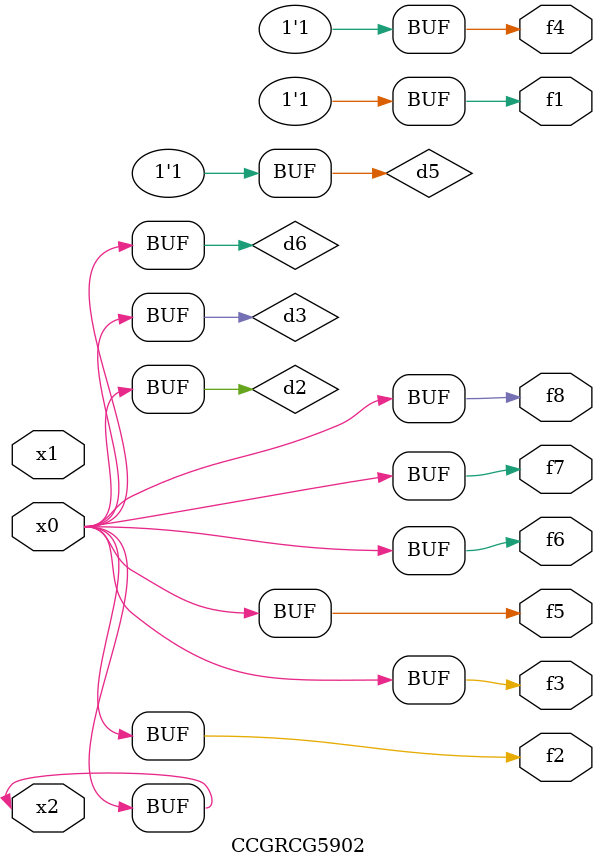
<source format=v>
module CCGRCG5902(
	input x0, x1, x2,
	output f1, f2, f3, f4, f5, f6, f7, f8
);

	wire d1, d2, d3, d4, d5, d6;

	xnor (d1, x2);
	buf (d2, x0, x2);
	and (d3, x0);
	xnor (d4, x1, x2);
	nand (d5, d1, d3);
	buf (d6, d2, d3);
	assign f1 = d5;
	assign f2 = d6;
	assign f3 = d6;
	assign f4 = d5;
	assign f5 = d6;
	assign f6 = d6;
	assign f7 = d6;
	assign f8 = d6;
endmodule

</source>
